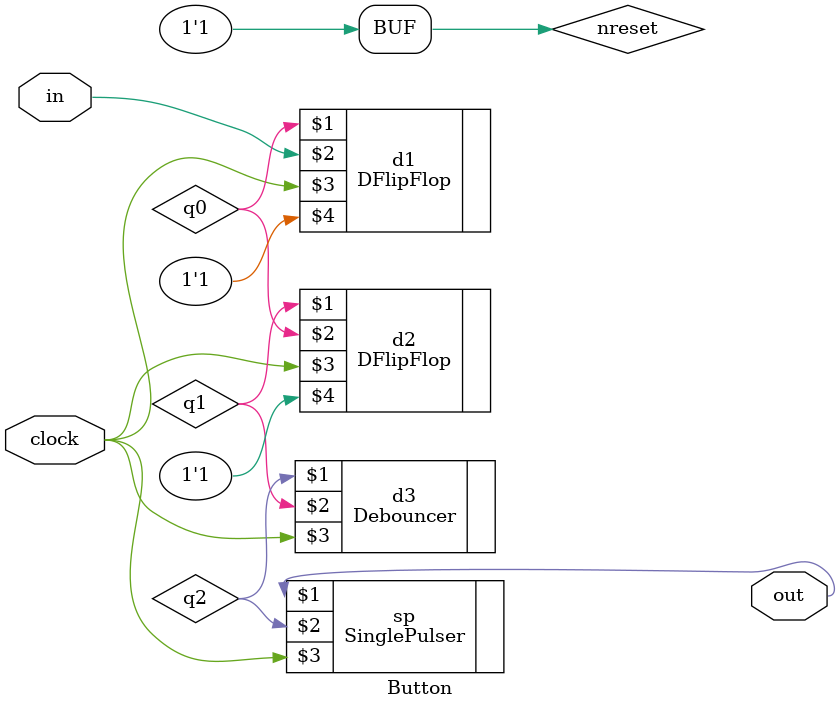
<source format=v>
`timescale 1ns / 1ps


module Button(
    output wire out,
    input in,
    input clock
);
    wire q0,q1,q2;
    wire nreset;
    assign nreset = 1;
    
    DFlipFlop d1(q0,in,clock,nreset);
    DFlipFlop d2(q1,q0,clock,nreset);
    Debouncer d3(q2,q1,clock);
    SinglePulser sp(out,q2,clock);
endmodule

</source>
